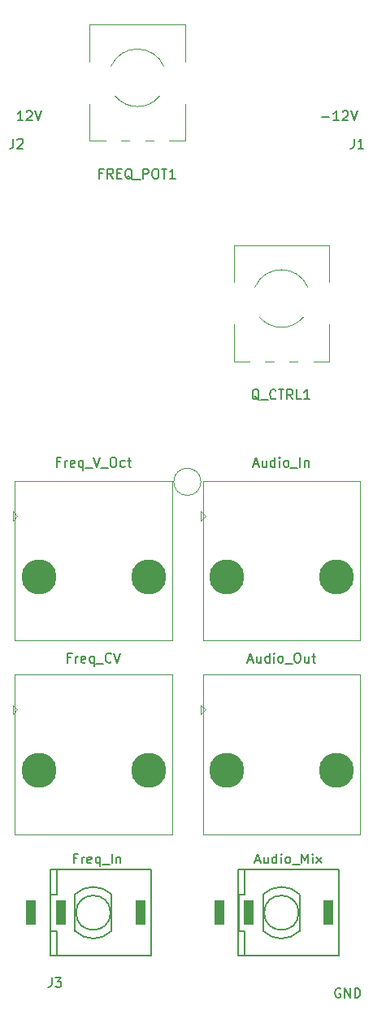
<source format=gbr>
%TF.GenerationSoftware,KiCad,Pcbnew,(6.0.11)*%
%TF.CreationDate,2023-03-01T18:26:33+00:00*%
%TF.ProjectId,Quilter_Controls,5175696c-7465-4725-9f43-6f6e74726f6c,rev?*%
%TF.SameCoordinates,Original*%
%TF.FileFunction,Legend,Top*%
%TF.FilePolarity,Positive*%
%FSLAX46Y46*%
G04 Gerber Fmt 4.6, Leading zero omitted, Abs format (unit mm)*
G04 Created by KiCad (PCBNEW (6.0.11)) date 2023-03-01 18:26:33*
%MOMM*%
%LPD*%
G01*
G04 APERTURE LIST*
%ADD10C,0.200000*%
%ADD11C,0.150000*%
%ADD12C,0.120000*%
%ADD13R,1.000000X2.500000*%
%ADD14C,3.650000*%
G04 APERTURE END LIST*
D10*
X84238095Y-57671428D02*
X85000000Y-57671428D01*
X86000000Y-58052380D02*
X85428571Y-58052380D01*
X85714285Y-58052380D02*
X85714285Y-57052380D01*
X85619047Y-57195238D01*
X85523809Y-57290476D01*
X85428571Y-57338095D01*
X86380952Y-57147619D02*
X86428571Y-57100000D01*
X86523809Y-57052380D01*
X86761904Y-57052380D01*
X86857142Y-57100000D01*
X86904761Y-57147619D01*
X86952380Y-57242857D01*
X86952380Y-57338095D01*
X86904761Y-57480952D01*
X86333333Y-58052380D01*
X86952380Y-58052380D01*
X87238095Y-57052380D02*
X87571428Y-58052380D01*
X87904761Y-57052380D01*
D11*
X56066666Y-147352380D02*
X56066666Y-148066666D01*
X56019047Y-148209523D01*
X55923809Y-148304761D01*
X55780952Y-148352380D01*
X55685714Y-148352380D01*
X56447619Y-147352380D02*
X57066666Y-147352380D01*
X56733333Y-147733333D01*
X56876190Y-147733333D01*
X56971428Y-147780952D01*
X57019047Y-147828571D01*
X57066666Y-147923809D01*
X57066666Y-148161904D01*
X57019047Y-148257142D01*
X56971428Y-148304761D01*
X56876190Y-148352380D01*
X56590476Y-148352380D01*
X56495238Y-148304761D01*
X56447619Y-148257142D01*
X52066666Y-59952380D02*
X52066666Y-60666666D01*
X52019047Y-60809523D01*
X51923809Y-60904761D01*
X51780952Y-60952380D01*
X51685714Y-60952380D01*
X52495238Y-60047619D02*
X52542857Y-60000000D01*
X52638095Y-59952380D01*
X52876190Y-59952380D01*
X52971428Y-60000000D01*
X53019047Y-60047619D01*
X53066666Y-60142857D01*
X53066666Y-60238095D01*
X53019047Y-60380952D01*
X52447619Y-60952380D01*
X53066666Y-60952380D01*
D10*
X86138095Y-148500000D02*
X86042857Y-148452380D01*
X85900000Y-148452380D01*
X85757142Y-148500000D01*
X85661904Y-148595238D01*
X85614285Y-148690476D01*
X85566666Y-148880952D01*
X85566666Y-149023809D01*
X85614285Y-149214285D01*
X85661904Y-149309523D01*
X85757142Y-149404761D01*
X85900000Y-149452380D01*
X85995238Y-149452380D01*
X86138095Y-149404761D01*
X86185714Y-149357142D01*
X86185714Y-149023809D01*
X85995238Y-149023809D01*
X86614285Y-149452380D02*
X86614285Y-148452380D01*
X87185714Y-149452380D01*
X87185714Y-148452380D01*
X87661904Y-149452380D02*
X87661904Y-148452380D01*
X87900000Y-148452380D01*
X88042857Y-148500000D01*
X88138095Y-148595238D01*
X88185714Y-148690476D01*
X88233333Y-148880952D01*
X88233333Y-149023809D01*
X88185714Y-149214285D01*
X88138095Y-149309523D01*
X88042857Y-149404761D01*
X87900000Y-149452380D01*
X87661904Y-149452380D01*
X53080952Y-58052380D02*
X52509523Y-58052380D01*
X52795238Y-58052380D02*
X52795238Y-57052380D01*
X52700000Y-57195238D01*
X52604761Y-57290476D01*
X52509523Y-57338095D01*
X53461904Y-57147619D02*
X53509523Y-57100000D01*
X53604761Y-57052380D01*
X53842857Y-57052380D01*
X53938095Y-57100000D01*
X53985714Y-57147619D01*
X54033333Y-57242857D01*
X54033333Y-57338095D01*
X53985714Y-57480952D01*
X53414285Y-58052380D01*
X54033333Y-58052380D01*
X54319047Y-57052380D02*
X54652380Y-58052380D01*
X54985714Y-57052380D01*
D11*
X87566666Y-59952380D02*
X87566666Y-60666666D01*
X87519047Y-60809523D01*
X87423809Y-60904761D01*
X87280952Y-60952380D01*
X87185714Y-60952380D01*
X88566666Y-60952380D02*
X87995238Y-60952380D01*
X88280952Y-60952380D02*
X88280952Y-59952380D01*
X88185714Y-60095238D01*
X88090476Y-60190476D01*
X87995238Y-60238095D01*
%TO.C,J11*%
X58680952Y-134928571D02*
X58347619Y-134928571D01*
X58347619Y-135452380D02*
X58347619Y-134452380D01*
X58823809Y-134452380D01*
X59204761Y-135452380D02*
X59204761Y-134785714D01*
X59204761Y-134976190D02*
X59252380Y-134880952D01*
X59300000Y-134833333D01*
X59395238Y-134785714D01*
X59490476Y-134785714D01*
X60204761Y-135404761D02*
X60109523Y-135452380D01*
X59919047Y-135452380D01*
X59823809Y-135404761D01*
X59776190Y-135309523D01*
X59776190Y-134928571D01*
X59823809Y-134833333D01*
X59919047Y-134785714D01*
X60109523Y-134785714D01*
X60204761Y-134833333D01*
X60252380Y-134928571D01*
X60252380Y-135023809D01*
X59776190Y-135119047D01*
X61109523Y-134785714D02*
X61109523Y-135785714D01*
X61109523Y-135404761D02*
X61014285Y-135452380D01*
X60823809Y-135452380D01*
X60728571Y-135404761D01*
X60680952Y-135357142D01*
X60633333Y-135261904D01*
X60633333Y-134976190D01*
X60680952Y-134880952D01*
X60728571Y-134833333D01*
X60823809Y-134785714D01*
X61014285Y-134785714D01*
X61109523Y-134833333D01*
X61347619Y-135547619D02*
X62109523Y-135547619D01*
X62347619Y-135452380D02*
X62347619Y-134452380D01*
X62823809Y-134785714D02*
X62823809Y-135452380D01*
X62823809Y-134880952D02*
X62871428Y-134833333D01*
X62966666Y-134785714D01*
X63109523Y-134785714D01*
X63204761Y-134833333D01*
X63252380Y-134928571D01*
X63252380Y-135452380D01*
%TO.C,Q_CTRL1*%
X77698095Y-87187619D02*
X77602857Y-87140000D01*
X77507619Y-87044761D01*
X77364761Y-86901904D01*
X77269523Y-86854285D01*
X77174285Y-86854285D01*
X77221904Y-87092380D02*
X77126666Y-87044761D01*
X77031428Y-86949523D01*
X76983809Y-86759047D01*
X76983809Y-86425714D01*
X77031428Y-86235238D01*
X77126666Y-86140000D01*
X77221904Y-86092380D01*
X77412380Y-86092380D01*
X77507619Y-86140000D01*
X77602857Y-86235238D01*
X77650476Y-86425714D01*
X77650476Y-86759047D01*
X77602857Y-86949523D01*
X77507619Y-87044761D01*
X77412380Y-87092380D01*
X77221904Y-87092380D01*
X77840952Y-87187619D02*
X78602857Y-87187619D01*
X79412380Y-86997142D02*
X79364761Y-87044761D01*
X79221904Y-87092380D01*
X79126666Y-87092380D01*
X78983809Y-87044761D01*
X78888571Y-86949523D01*
X78840952Y-86854285D01*
X78793333Y-86663809D01*
X78793333Y-86520952D01*
X78840952Y-86330476D01*
X78888571Y-86235238D01*
X78983809Y-86140000D01*
X79126666Y-86092380D01*
X79221904Y-86092380D01*
X79364761Y-86140000D01*
X79412380Y-86187619D01*
X79698095Y-86092380D02*
X80269523Y-86092380D01*
X79983809Y-87092380D02*
X79983809Y-86092380D01*
X81174285Y-87092380D02*
X80840952Y-86616190D01*
X80602857Y-87092380D02*
X80602857Y-86092380D01*
X80983809Y-86092380D01*
X81079047Y-86140000D01*
X81126666Y-86187619D01*
X81174285Y-86282857D01*
X81174285Y-86425714D01*
X81126666Y-86520952D01*
X81079047Y-86568571D01*
X80983809Y-86616190D01*
X80602857Y-86616190D01*
X82079047Y-87092380D02*
X81602857Y-87092380D01*
X81602857Y-86092380D01*
X82936190Y-87092380D02*
X82364761Y-87092380D01*
X82650476Y-87092380D02*
X82650476Y-86092380D01*
X82555238Y-86235238D01*
X82460000Y-86330476D01*
X82364761Y-86378095D01*
%TO.C,J6*%
X77271428Y-135166666D02*
X77747619Y-135166666D01*
X77176190Y-135452380D02*
X77509523Y-134452380D01*
X77842857Y-135452380D01*
X78604761Y-134785714D02*
X78604761Y-135452380D01*
X78176190Y-134785714D02*
X78176190Y-135309523D01*
X78223809Y-135404761D01*
X78319047Y-135452380D01*
X78461904Y-135452380D01*
X78557142Y-135404761D01*
X78604761Y-135357142D01*
X79509523Y-135452380D02*
X79509523Y-134452380D01*
X79509523Y-135404761D02*
X79414285Y-135452380D01*
X79223809Y-135452380D01*
X79128571Y-135404761D01*
X79080952Y-135357142D01*
X79033333Y-135261904D01*
X79033333Y-134976190D01*
X79080952Y-134880952D01*
X79128571Y-134833333D01*
X79223809Y-134785714D01*
X79414285Y-134785714D01*
X79509523Y-134833333D01*
X79985714Y-135452380D02*
X79985714Y-134785714D01*
X79985714Y-134452380D02*
X79938095Y-134500000D01*
X79985714Y-134547619D01*
X80033333Y-134500000D01*
X79985714Y-134452380D01*
X79985714Y-134547619D01*
X80604761Y-135452380D02*
X80509523Y-135404761D01*
X80461904Y-135357142D01*
X80414285Y-135261904D01*
X80414285Y-134976190D01*
X80461904Y-134880952D01*
X80509523Y-134833333D01*
X80604761Y-134785714D01*
X80747619Y-134785714D01*
X80842857Y-134833333D01*
X80890476Y-134880952D01*
X80938095Y-134976190D01*
X80938095Y-135261904D01*
X80890476Y-135357142D01*
X80842857Y-135404761D01*
X80747619Y-135452380D01*
X80604761Y-135452380D01*
X81128571Y-135547619D02*
X81890476Y-135547619D01*
X82128571Y-135452380D02*
X82128571Y-134452380D01*
X82461904Y-135166666D01*
X82795238Y-134452380D01*
X82795238Y-135452380D01*
X83271428Y-135452380D02*
X83271428Y-134785714D01*
X83271428Y-134452380D02*
X83223809Y-134500000D01*
X83271428Y-134547619D01*
X83319047Y-134500000D01*
X83271428Y-134452380D01*
X83271428Y-134547619D01*
X83652380Y-135452380D02*
X84176190Y-134785714D01*
X83652380Y-134785714D02*
X84176190Y-135452380D01*
%TO.C,J4*%
X77095238Y-93866666D02*
X77571428Y-93866666D01*
X77000000Y-94152380D02*
X77333333Y-93152380D01*
X77666666Y-94152380D01*
X78428571Y-93485714D02*
X78428571Y-94152380D01*
X78000000Y-93485714D02*
X78000000Y-94009523D01*
X78047619Y-94104761D01*
X78142857Y-94152380D01*
X78285714Y-94152380D01*
X78380952Y-94104761D01*
X78428571Y-94057142D01*
X79333333Y-94152380D02*
X79333333Y-93152380D01*
X79333333Y-94104761D02*
X79238095Y-94152380D01*
X79047619Y-94152380D01*
X78952380Y-94104761D01*
X78904761Y-94057142D01*
X78857142Y-93961904D01*
X78857142Y-93676190D01*
X78904761Y-93580952D01*
X78952380Y-93533333D01*
X79047619Y-93485714D01*
X79238095Y-93485714D01*
X79333333Y-93533333D01*
X79809523Y-94152380D02*
X79809523Y-93485714D01*
X79809523Y-93152380D02*
X79761904Y-93200000D01*
X79809523Y-93247619D01*
X79857142Y-93200000D01*
X79809523Y-93152380D01*
X79809523Y-93247619D01*
X80428571Y-94152380D02*
X80333333Y-94104761D01*
X80285714Y-94057142D01*
X80238095Y-93961904D01*
X80238095Y-93676190D01*
X80285714Y-93580952D01*
X80333333Y-93533333D01*
X80428571Y-93485714D01*
X80571428Y-93485714D01*
X80666666Y-93533333D01*
X80714285Y-93580952D01*
X80761904Y-93676190D01*
X80761904Y-93961904D01*
X80714285Y-94057142D01*
X80666666Y-94104761D01*
X80571428Y-94152380D01*
X80428571Y-94152380D01*
X80952380Y-94247619D02*
X81714285Y-94247619D01*
X81952380Y-94152380D02*
X81952380Y-93152380D01*
X82428571Y-93485714D02*
X82428571Y-94152380D01*
X82428571Y-93580952D02*
X82476190Y-93533333D01*
X82571428Y-93485714D01*
X82714285Y-93485714D01*
X82809523Y-93533333D01*
X82857142Y-93628571D01*
X82857142Y-94152380D01*
%TO.C,J5*%
X76523809Y-114266666D02*
X77000000Y-114266666D01*
X76428571Y-114552380D02*
X76761904Y-113552380D01*
X77095238Y-114552380D01*
X77857142Y-113885714D02*
X77857142Y-114552380D01*
X77428571Y-113885714D02*
X77428571Y-114409523D01*
X77476190Y-114504761D01*
X77571428Y-114552380D01*
X77714285Y-114552380D01*
X77809523Y-114504761D01*
X77857142Y-114457142D01*
X78761904Y-114552380D02*
X78761904Y-113552380D01*
X78761904Y-114504761D02*
X78666666Y-114552380D01*
X78476190Y-114552380D01*
X78380952Y-114504761D01*
X78333333Y-114457142D01*
X78285714Y-114361904D01*
X78285714Y-114076190D01*
X78333333Y-113980952D01*
X78380952Y-113933333D01*
X78476190Y-113885714D01*
X78666666Y-113885714D01*
X78761904Y-113933333D01*
X79238095Y-114552380D02*
X79238095Y-113885714D01*
X79238095Y-113552380D02*
X79190476Y-113600000D01*
X79238095Y-113647619D01*
X79285714Y-113600000D01*
X79238095Y-113552380D01*
X79238095Y-113647619D01*
X79857142Y-114552380D02*
X79761904Y-114504761D01*
X79714285Y-114457142D01*
X79666666Y-114361904D01*
X79666666Y-114076190D01*
X79714285Y-113980952D01*
X79761904Y-113933333D01*
X79857142Y-113885714D01*
X80000000Y-113885714D01*
X80095238Y-113933333D01*
X80142857Y-113980952D01*
X80190476Y-114076190D01*
X80190476Y-114361904D01*
X80142857Y-114457142D01*
X80095238Y-114504761D01*
X80000000Y-114552380D01*
X79857142Y-114552380D01*
X80380952Y-114647619D02*
X81142857Y-114647619D01*
X81571428Y-113552380D02*
X81761904Y-113552380D01*
X81857142Y-113600000D01*
X81952380Y-113695238D01*
X82000000Y-113885714D01*
X82000000Y-114219047D01*
X81952380Y-114409523D01*
X81857142Y-114504761D01*
X81761904Y-114552380D01*
X81571428Y-114552380D01*
X81476190Y-114504761D01*
X81380952Y-114409523D01*
X81333333Y-114219047D01*
X81333333Y-113885714D01*
X81380952Y-113695238D01*
X81476190Y-113600000D01*
X81571428Y-113552380D01*
X82857142Y-113885714D02*
X82857142Y-114552380D01*
X82428571Y-113885714D02*
X82428571Y-114409523D01*
X82476190Y-114504761D01*
X82571428Y-114552380D01*
X82714285Y-114552380D01*
X82809523Y-114504761D01*
X82857142Y-114457142D01*
X83190476Y-113885714D02*
X83571428Y-113885714D01*
X83333333Y-113552380D02*
X83333333Y-114409523D01*
X83380952Y-114504761D01*
X83476190Y-114552380D01*
X83571428Y-114552380D01*
%TO.C,J8*%
X58042857Y-114028571D02*
X57709523Y-114028571D01*
X57709523Y-114552380D02*
X57709523Y-113552380D01*
X58185714Y-113552380D01*
X58566666Y-114552380D02*
X58566666Y-113885714D01*
X58566666Y-114076190D02*
X58614285Y-113980952D01*
X58661904Y-113933333D01*
X58757142Y-113885714D01*
X58852380Y-113885714D01*
X59566666Y-114504761D02*
X59471428Y-114552380D01*
X59280952Y-114552380D01*
X59185714Y-114504761D01*
X59138095Y-114409523D01*
X59138095Y-114028571D01*
X59185714Y-113933333D01*
X59280952Y-113885714D01*
X59471428Y-113885714D01*
X59566666Y-113933333D01*
X59614285Y-114028571D01*
X59614285Y-114123809D01*
X59138095Y-114219047D01*
X60471428Y-113885714D02*
X60471428Y-114885714D01*
X60471428Y-114504761D02*
X60376190Y-114552380D01*
X60185714Y-114552380D01*
X60090476Y-114504761D01*
X60042857Y-114457142D01*
X59995238Y-114361904D01*
X59995238Y-114076190D01*
X60042857Y-113980952D01*
X60090476Y-113933333D01*
X60185714Y-113885714D01*
X60376190Y-113885714D01*
X60471428Y-113933333D01*
X60709523Y-114647619D02*
X61471428Y-114647619D01*
X62280952Y-114457142D02*
X62233333Y-114504761D01*
X62090476Y-114552380D01*
X61995238Y-114552380D01*
X61852380Y-114504761D01*
X61757142Y-114409523D01*
X61709523Y-114314285D01*
X61661904Y-114123809D01*
X61661904Y-113980952D01*
X61709523Y-113790476D01*
X61757142Y-113695238D01*
X61852380Y-113600000D01*
X61995238Y-113552380D01*
X62090476Y-113552380D01*
X62233333Y-113600000D01*
X62280952Y-113647619D01*
X62566666Y-113552380D02*
X62900000Y-114552380D01*
X63233333Y-113552380D01*
%TO.C,J7*%
X56923809Y-93628571D02*
X56590476Y-93628571D01*
X56590476Y-94152380D02*
X56590476Y-93152380D01*
X57066666Y-93152380D01*
X57447619Y-94152380D02*
X57447619Y-93485714D01*
X57447619Y-93676190D02*
X57495238Y-93580952D01*
X57542857Y-93533333D01*
X57638095Y-93485714D01*
X57733333Y-93485714D01*
X58447619Y-94104761D02*
X58352380Y-94152380D01*
X58161904Y-94152380D01*
X58066666Y-94104761D01*
X58019047Y-94009523D01*
X58019047Y-93628571D01*
X58066666Y-93533333D01*
X58161904Y-93485714D01*
X58352380Y-93485714D01*
X58447619Y-93533333D01*
X58495238Y-93628571D01*
X58495238Y-93723809D01*
X58019047Y-93819047D01*
X59352380Y-93485714D02*
X59352380Y-94485714D01*
X59352380Y-94104761D02*
X59257142Y-94152380D01*
X59066666Y-94152380D01*
X58971428Y-94104761D01*
X58923809Y-94057142D01*
X58876190Y-93961904D01*
X58876190Y-93676190D01*
X58923809Y-93580952D01*
X58971428Y-93533333D01*
X59066666Y-93485714D01*
X59257142Y-93485714D01*
X59352380Y-93533333D01*
X59590476Y-94247619D02*
X60352380Y-94247619D01*
X60447619Y-93152380D02*
X60780952Y-94152380D01*
X61114285Y-93152380D01*
X61209523Y-94247619D02*
X61971428Y-94247619D01*
X62400000Y-93152380D02*
X62590476Y-93152380D01*
X62685714Y-93200000D01*
X62780952Y-93295238D01*
X62828571Y-93485714D01*
X62828571Y-93819047D01*
X62780952Y-94009523D01*
X62685714Y-94104761D01*
X62590476Y-94152380D01*
X62400000Y-94152380D01*
X62304761Y-94104761D01*
X62209523Y-94009523D01*
X62161904Y-93819047D01*
X62161904Y-93485714D01*
X62209523Y-93295238D01*
X62304761Y-93200000D01*
X62400000Y-93152380D01*
X63685714Y-94104761D02*
X63590476Y-94152380D01*
X63400000Y-94152380D01*
X63304761Y-94104761D01*
X63257142Y-94057142D01*
X63209523Y-93961904D01*
X63209523Y-93676190D01*
X63257142Y-93580952D01*
X63304761Y-93533333D01*
X63400000Y-93485714D01*
X63590476Y-93485714D01*
X63685714Y-93533333D01*
X63971428Y-93485714D02*
X64352380Y-93485714D01*
X64114285Y-93152380D02*
X64114285Y-94009523D01*
X64161904Y-94104761D01*
X64257142Y-94152380D01*
X64352380Y-94152380D01*
%TO.C,FREQ_POT1*%
X61364761Y-63568571D02*
X61031428Y-63568571D01*
X61031428Y-64092380D02*
X61031428Y-63092380D01*
X61507619Y-63092380D01*
X62460000Y-64092380D02*
X62126666Y-63616190D01*
X61888571Y-64092380D02*
X61888571Y-63092380D01*
X62269523Y-63092380D01*
X62364761Y-63140000D01*
X62412380Y-63187619D01*
X62460000Y-63282857D01*
X62460000Y-63425714D01*
X62412380Y-63520952D01*
X62364761Y-63568571D01*
X62269523Y-63616190D01*
X61888571Y-63616190D01*
X62888571Y-63568571D02*
X63221904Y-63568571D01*
X63364761Y-64092380D02*
X62888571Y-64092380D01*
X62888571Y-63092380D01*
X63364761Y-63092380D01*
X64460000Y-64187619D02*
X64364761Y-64140000D01*
X64269523Y-64044761D01*
X64126666Y-63901904D01*
X64031428Y-63854285D01*
X63936190Y-63854285D01*
X63983809Y-64092380D02*
X63888571Y-64044761D01*
X63793333Y-63949523D01*
X63745714Y-63759047D01*
X63745714Y-63425714D01*
X63793333Y-63235238D01*
X63888571Y-63140000D01*
X63983809Y-63092380D01*
X64174285Y-63092380D01*
X64269523Y-63140000D01*
X64364761Y-63235238D01*
X64412380Y-63425714D01*
X64412380Y-63759047D01*
X64364761Y-63949523D01*
X64269523Y-64044761D01*
X64174285Y-64092380D01*
X63983809Y-64092380D01*
X64602857Y-64187619D02*
X65364761Y-64187619D01*
X65602857Y-64092380D02*
X65602857Y-63092380D01*
X65983809Y-63092380D01*
X66079047Y-63140000D01*
X66126666Y-63187619D01*
X66174285Y-63282857D01*
X66174285Y-63425714D01*
X66126666Y-63520952D01*
X66079047Y-63568571D01*
X65983809Y-63616190D01*
X65602857Y-63616190D01*
X66793333Y-63092380D02*
X66983809Y-63092380D01*
X67079047Y-63140000D01*
X67174285Y-63235238D01*
X67221904Y-63425714D01*
X67221904Y-63759047D01*
X67174285Y-63949523D01*
X67079047Y-64044761D01*
X66983809Y-64092380D01*
X66793333Y-64092380D01*
X66698095Y-64044761D01*
X66602857Y-63949523D01*
X66555238Y-63759047D01*
X66555238Y-63425714D01*
X66602857Y-63235238D01*
X66698095Y-63140000D01*
X66793333Y-63092380D01*
X67507619Y-63092380D02*
X68079047Y-63092380D01*
X67793333Y-64092380D02*
X67793333Y-63092380D01*
X68936190Y-64092380D02*
X68364761Y-64092380D01*
X68650476Y-64092380D02*
X68650476Y-63092380D01*
X68555238Y-63235238D01*
X68460000Y-63330476D01*
X68364761Y-63378095D01*
D12*
%TO.C,D2*%
X71614214Y-95700000D02*
G75*
G03*
X71614214Y-95700000I-1414214J0D01*
G01*
D11*
%TO.C,J11*%
X58495000Y-142505000D02*
X58495000Y-138695000D01*
X56590000Y-136155000D02*
X56590000Y-138695000D01*
X66400000Y-136100000D02*
X66400000Y-145100000D01*
X66400000Y-145100000D02*
X55900000Y-145100000D01*
X56590000Y-138695000D02*
X55955000Y-138695000D01*
X56590000Y-142505000D02*
X56590000Y-145045000D01*
X55900000Y-136100000D02*
X55900000Y-145100000D01*
X55955000Y-142505000D02*
X56590000Y-142505000D01*
X66400000Y-136100000D02*
X55900000Y-136100000D01*
X62305000Y-138695000D02*
X62305000Y-142505000D01*
X55955000Y-138695000D02*
X55955000Y-142505000D01*
X58495000Y-142505000D02*
G75*
G03*
X62305000Y-142505000I1905000J1905000D01*
G01*
X62305000Y-138695000D02*
G75*
G03*
X58495000Y-138695000I-1905000J-1904999D01*
G01*
X62196051Y-140600000D02*
G75*
G03*
X62196051Y-140600000I-1796051J0D01*
G01*
D12*
%TO.C,Q_CTRL1*%
X75039000Y-83160000D02*
X76675000Y-83160000D01*
X80825000Y-83160000D02*
X81675000Y-83160000D01*
X78325000Y-83160000D02*
X79175000Y-83160000D01*
X84960000Y-74905000D02*
X84960000Y-71040000D01*
X75039000Y-83160000D02*
X75039000Y-79294000D01*
X75039000Y-71040000D02*
X84960000Y-71040000D01*
X84960000Y-83160000D02*
X84960000Y-79294000D01*
X83325000Y-83160000D02*
X84960000Y-83160000D01*
X75039000Y-74905000D02*
X75039000Y-71040000D01*
X77702000Y-78528000D02*
G75*
G03*
X82297753Y-78528295I2298000J1928000D01*
G01*
X82762000Y-75427000D02*
G75*
G03*
X77237568Y-75428018I-2762000J-1173000D01*
G01*
D11*
%TO.C,J6*%
X81905000Y-138695000D02*
X81905000Y-142505000D01*
X86000000Y-136100000D02*
X75500000Y-136100000D01*
X78095000Y-142505000D02*
X78095000Y-138695000D01*
X76190000Y-136155000D02*
X76190000Y-138695000D01*
X76190000Y-142505000D02*
X76190000Y-145045000D01*
X86000000Y-136100000D02*
X86000000Y-145100000D01*
X75555000Y-138695000D02*
X75555000Y-142505000D01*
X75555000Y-142505000D02*
X76190000Y-142505000D01*
X76190000Y-138695000D02*
X75555000Y-138695000D01*
X75500000Y-136100000D02*
X75500000Y-145100000D01*
X86000000Y-145100000D02*
X75500000Y-145100000D01*
X78095000Y-142505000D02*
G75*
G03*
X81905000Y-142505000I1905000J1905000D01*
G01*
X81905000Y-138695000D02*
G75*
G03*
X78095000Y-138695000I-1905000J-1904999D01*
G01*
X81796051Y-140600000D02*
G75*
G03*
X81796051Y-140600000I-1796051J0D01*
G01*
D12*
%TO.C,J4*%
X71850000Y-95580000D02*
X71850000Y-112220000D01*
X88200000Y-95580000D02*
X88200000Y-112220000D01*
X88200000Y-95580000D02*
X71850000Y-95580000D01*
X71600000Y-99750000D02*
X72100000Y-99250000D01*
X88200000Y-112220000D02*
X71850000Y-112220000D01*
X72100000Y-99250000D02*
X71600000Y-98750000D01*
X71600000Y-98750000D02*
X71600000Y-99750000D01*
%TO.C,J5*%
X72100000Y-119450000D02*
X71600000Y-118950000D01*
X88200000Y-115780000D02*
X88200000Y-132420000D01*
X88200000Y-115780000D02*
X71850000Y-115780000D01*
X88200000Y-132420000D02*
X71850000Y-132420000D01*
X71850000Y-115780000D02*
X71850000Y-132420000D01*
X71600000Y-118950000D02*
X71600000Y-119950000D01*
X71600000Y-119950000D02*
X72100000Y-119450000D01*
%TO.C,J8*%
X52250000Y-115780000D02*
X52250000Y-132420000D01*
X52500000Y-119450000D02*
X52000000Y-118950000D01*
X52000000Y-118950000D02*
X52000000Y-119950000D01*
X68600000Y-115780000D02*
X52250000Y-115780000D01*
X52000000Y-119950000D02*
X52500000Y-119450000D01*
X68600000Y-115780000D02*
X68600000Y-132420000D01*
X68600000Y-132420000D02*
X52250000Y-132420000D01*
%TO.C,J7*%
X68600000Y-112220000D02*
X52250000Y-112220000D01*
X68600000Y-95580000D02*
X68600000Y-112220000D01*
X52000000Y-98750000D02*
X52000000Y-99750000D01*
X52250000Y-95580000D02*
X52250000Y-112220000D01*
X52500000Y-99250000D02*
X52000000Y-98750000D01*
X52000000Y-99750000D02*
X52500000Y-99250000D01*
X68600000Y-95580000D02*
X52250000Y-95580000D01*
%TO.C,FREQ_POT1*%
X60039000Y-60160000D02*
X61675000Y-60160000D01*
X60039000Y-48040000D02*
X69960000Y-48040000D01*
X60039000Y-60160000D02*
X60039000Y-56294000D01*
X68325000Y-60160000D02*
X69960000Y-60160000D01*
X65825000Y-60160000D02*
X66675000Y-60160000D01*
X63325000Y-60160000D02*
X64175000Y-60160000D01*
X69960000Y-51905000D02*
X69960000Y-48040000D01*
X69960000Y-60160000D02*
X69960000Y-56294000D01*
X60039000Y-51905000D02*
X60039000Y-48040000D01*
X67762000Y-52427000D02*
G75*
G03*
X62237568Y-52428018I-2762000J-1173000D01*
G01*
X62702000Y-55528000D02*
G75*
G03*
X67297753Y-55528295I2298000J1928000D01*
G01*
%TD*%
D13*
%TO.C,J11*%
X53920000Y-140600000D03*
X57020000Y-140600000D03*
X65320000Y-140600000D03*
%TD*%
%TO.C,J6*%
X73520000Y-140600000D03*
X76620000Y-140600000D03*
X84920000Y-140600000D03*
%TD*%
D14*
%TO.C,J4*%
X85760000Y-105600000D03*
X74330000Y-105600000D03*
%TD*%
%TO.C,J5*%
X74330000Y-125800000D03*
X85760000Y-125800000D03*
%TD*%
%TO.C,J8*%
X66160000Y-125800000D03*
X54730000Y-125800000D03*
%TD*%
%TO.C,J7*%
X54730000Y-105600000D03*
X66160000Y-105600000D03*
%TD*%
M02*

</source>
